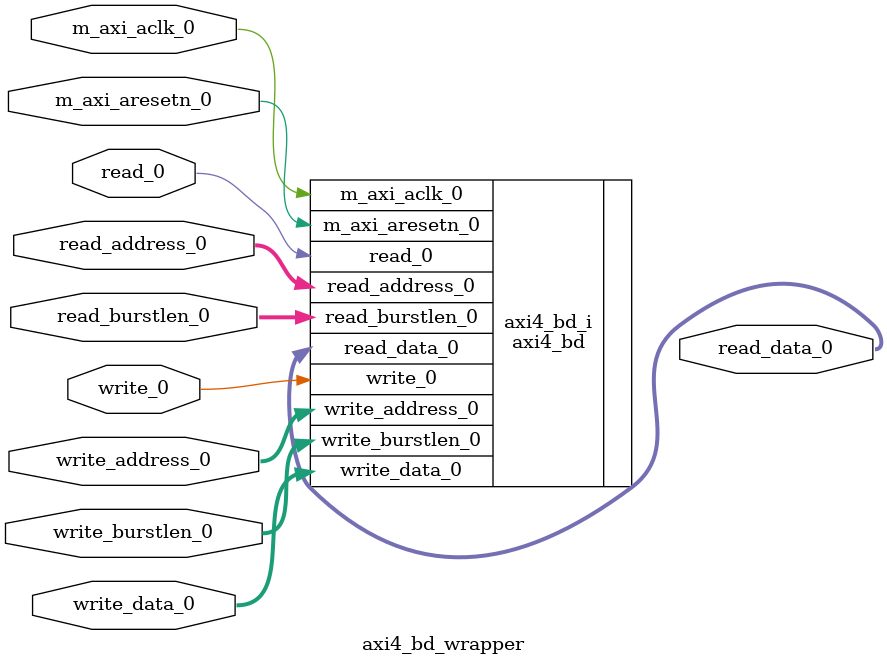
<source format=v>
`timescale 1 ps / 1 ps

module axi4_bd_wrapper
   (m_axi_aclk_0,
    m_axi_aresetn_0,
    read_0,
    read_address_0,
    read_burstlen_0,
    read_data_0,
    write_0,
    write_address_0,
    write_burstlen_0,
    write_data_0);
  input m_axi_aclk_0;
  input m_axi_aresetn_0;
  input read_0;
  input [23:0]read_address_0;
  input [7:0]read_burstlen_0;
  output [31:0]read_data_0;
  input write_0;
  input [23:0]write_address_0;
  input [7:0]write_burstlen_0;
  input [31:0]write_data_0;

  wire m_axi_aclk_0;
  wire m_axi_aresetn_0;
  wire read_0;
  wire [23:0]read_address_0;
  wire [7:0]read_burstlen_0;
  wire [31:0]read_data_0;
  wire write_0;
  wire [23:0]write_address_0;
  wire [7:0]write_burstlen_0;
  wire [31:0]write_data_0;

  axi4_bd axi4_bd_i
       (.m_axi_aclk_0(m_axi_aclk_0),
        .m_axi_aresetn_0(m_axi_aresetn_0),
        .read_0(read_0),
        .read_address_0(read_address_0),
        .read_burstlen_0(read_burstlen_0),
        .read_data_0(read_data_0),
        .write_0(write_0),
        .write_address_0(write_address_0),
        .write_burstlen_0(write_burstlen_0),
        .write_data_0(write_data_0));
endmodule

</source>
